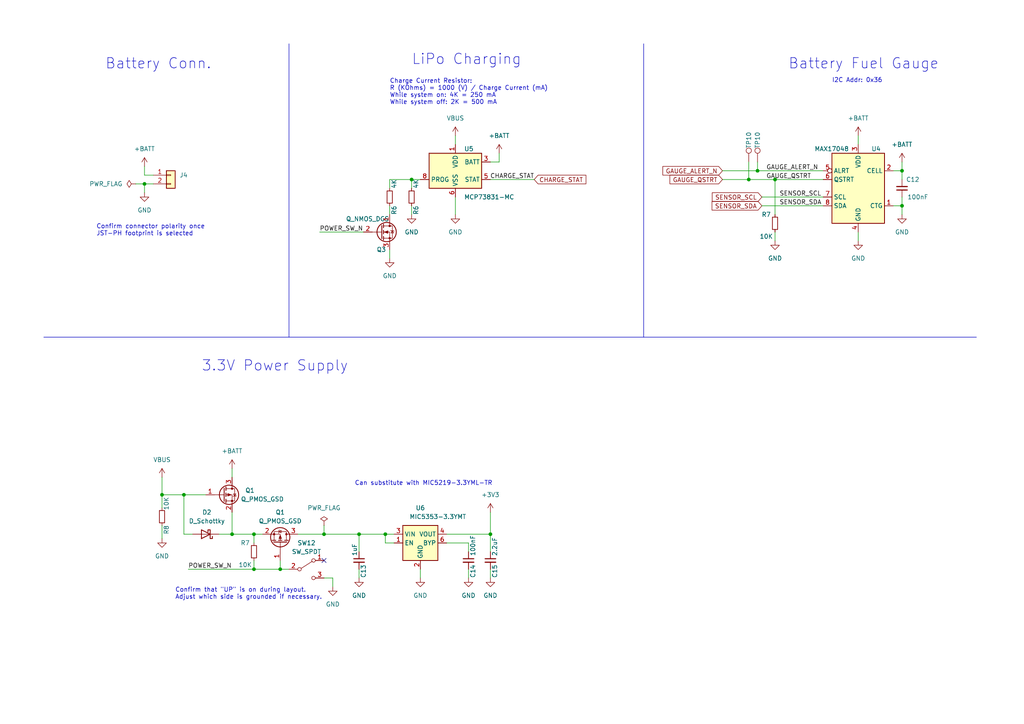
<source format=kicad_sch>
(kicad_sch (version 20230121) (generator eeschema)
  (paper "A4")
  (title_block (title "Kudzu") (date "2023-09-07") (rev "WIP7"))
  (lib_symbols
    (symbol "Connector:TestPoint" (pin_numbers hide) (pin_names (offset 0.762) hide)
      (property "Reference" "TP" (at 0 6.858 0))
      (property "Value" "TestPoint" (at 0 5.08 0))
      (symbol "TestPoint_0_1"
        (circle (center 0 3.302) (radius 0.762))
      )
      (symbol "TestPoint_1_1"
        (pin passive line (at 0 0 90) (length 2.54) (name "1") (number "1"))
      )
    )
    (symbol "Connector_Generic:Conn_01x02" (pin_names (offset 1.016) hide)
      (property "Reference" "J" (at 0 2.54 0))
      (property "Value" "Conn_01x02" (at 0 -5.08 0))
      (symbol "Conn_01x02_1_1"
        (rectangle (start -1.27 -2.413) (end 0 -2.667) (stroke (width 0.1524)))
        (rectangle (start -1.27 0.127) (end 0 -0.127) (stroke (width 0.1524)))
        (rectangle (start -1.27 1.27) (end 1.27 -3.81) (stroke (width 0.254)) (fill (type background)))
        (pin passive line (at -5.08 0 0) (length 3.81) (name "Pin_1") (number "1"))
        (pin passive line (at -5.08 -2.54 0) (length 3.81) (name "Pin_2") (number "2"))
      )
    )
    (symbol "Device:C_Small" (pin_numbers hide) (pin_names (offset 0.254) hide)
      (property "Reference" "C" (at 0.254 1.778 0))
      (property "Value" "C_Small" (at 0.254 -2.032 0))
      (symbol "C_Small_0_1"
        (polyline (pts (xy -1.524 -0.508) (xy 1.524 -0.508)) (stroke (width 0.3302)))
        (polyline (pts (xy -1.524 0.508) (xy 1.524 0.508)) (stroke (width 0.3048)))
      )
      (symbol "C_Small_1_1"
        (pin passive line (at 0 2.54 270) (length 2.032) (name "~") (number "1"))
        (pin passive line (at 0 -2.54 90) (length 2.032) (name "~") (number "2"))
      )
    )
    (symbol "Device:D_Schottky" (pin_numbers hide) (pin_names (offset 1.016) hide)
      (property "Reference" "D" (at 0 2.54 0))
      (property "Value" "D_Schottky" (at 0 -2.54 0))
      (symbol "D_Schottky_0_1"
        (polyline (pts (xy 1.27 0) (xy -1.27 0)))
        (polyline (pts (xy 1.27 1.27) (xy 1.27 -1.27) (xy -1.27 0) (xy 1.27 1.27)) (stroke (width 0.254)))
        (polyline (pts (xy -1.905 0.635) (xy -1.905 1.27) (xy -1.27 1.27) (xy -1.27 -1.27) (xy -0.635 -1.27) (xy -0.635 -0.635)) (stroke (width 0.254)))
      )
      (symbol "D_Schottky_1_1"
        (pin passive line (at -3.81 0 0) (length 2.54) (name "K") (number "1"))
        (pin passive line (at 3.81 0 180) (length 2.54) (name "A") (number "2"))
      )
    )
    (symbol "Device:Q_NMOS_DGS" (pin_names (offset 0) hide)
      (property "Reference" "Q" (at 5.08 1.27 0))
      (property "Value" "Q_NMOS_DGS" (at 5.08 -1.27 0))
      (symbol "Q_NMOS_DGS_0_1"
        (polyline (pts (xy 0.254 0) (xy -2.54 0)))
        (polyline (pts (xy 0.254 1.905) (xy 0.254 -1.905)) (stroke (width 0.254)))
        (polyline (pts (xy 0.762 -1.27) (xy 0.762 -2.286)) (stroke (width 0.254)))
        (polyline (pts (xy 0.762 0.508) (xy 0.762 -0.508)) (stroke (width 0.254)))
        (polyline (pts (xy 0.762 2.286) (xy 0.762 1.27)) (stroke (width 0.254)))
        (polyline (pts (xy 2.54 2.54) (xy 2.54 1.778)))
        (polyline (pts (xy 2.54 -2.54) (xy 2.54 0) (xy 0.762 0)))
        (polyline (pts (xy 0.762 -1.778) (xy 3.302 -1.778) (xy 3.302 1.778) (xy 0.762 1.778)))
        (polyline (pts (xy 1.016 0) (xy 2.032 0.381) (xy 2.032 -0.381) (xy 1.016 0)) (fill (type outline)))
        (polyline (pts (xy 2.794 0.508) (xy 2.921 0.381) (xy 3.683 0.381) (xy 3.81 0.254)))
        (polyline (pts (xy 3.302 0.381) (xy 2.921 -0.254) (xy 3.683 -0.254) (xy 3.302 0.381)))
        (circle (center 1.651 0) (radius 2.794) (stroke (width 0.254)))
        (circle (center 2.54 -1.778) (radius 0.254) (fill (type outline)))
        (circle (center 2.54 1.778) (radius 0.254) (fill (type outline)))
      )
      (symbol "Q_NMOS_DGS_1_1"
        (pin passive line (at 2.54 5.08 270) (length 2.54) (name "D") (number "1"))
        (pin input line (at -5.08 0 0) (length 2.54) (name "G") (number "2"))
        (pin passive line (at 2.54 -5.08 90) (length 2.54) (name "S") (number "3"))
      )
    )
    (symbol "Device:Q_PMOS_GSD" (pin_names (offset 0) hide)
      (property "Reference" "Q" (at 5.08 1.27 0))
      (property "Value" "Q_PMOS_GSD" (at 5.08 -1.27 0))
      (symbol "Q_PMOS_GSD_0_1"
        (polyline (pts (xy 0.254 0) (xy -2.54 0)))
        (polyline (pts (xy 0.254 1.905) (xy 0.254 -1.905)) (stroke (width 0.254)))
        (polyline (pts (xy 0.762 -1.27) (xy 0.762 -2.286)) (stroke (width 0.254)))
        (polyline (pts (xy 0.762 0.508) (xy 0.762 -0.508)) (stroke (width 0.254)))
        (polyline (pts (xy 0.762 2.286) (xy 0.762 1.27)) (stroke (width 0.254)))
        (polyline (pts (xy 2.54 2.54) (xy 2.54 1.778)))
        (polyline (pts (xy 2.54 -2.54) (xy 2.54 0) (xy 0.762 0)))
        (polyline (pts (xy 0.762 1.778) (xy 3.302 1.778) (xy 3.302 -1.778) (xy 0.762 -1.778)))
        (polyline (pts (xy 2.286 0) (xy 1.27 0.381) (xy 1.27 -0.381) (xy 2.286 0)) (fill (type outline)))
        (polyline (pts (xy 2.794 -0.508) (xy 2.921 -0.381) (xy 3.683 -0.381) (xy 3.81 -0.254)))
        (polyline (pts (xy 3.302 -0.381) (xy 2.921 0.254) (xy 3.683 0.254) (xy 3.302 -0.381)))
        (circle (center 1.651 0) (radius 2.794) (stroke (width 0.254)))
        (circle (center 2.54 -1.778) (radius 0.254) (fill (type outline)))
        (circle (center 2.54 1.778) (radius 0.254) (fill (type outline)))
      )
      (symbol "Q_PMOS_GSD_1_1"
        (pin input line (at -5.08 0 0) (length 2.54) (name "G") (number "1"))
        (pin passive line (at 2.54 -5.08 90) (length 2.54) (name "S") (number "2"))
        (pin passive line (at 2.54 5.08 270) (length 2.54) (name "D") (number "3"))
      )
    )
    (symbol "Device:R_Small" (pin_numbers hide) (pin_names (offset 0.254) hide)
      (property "Reference" "R" (at 0.762 0.508 0))
      (property "Value" "R_Small" (at 0.762 -1.016 0))
      (symbol "R_Small_0_1"
        (rectangle (start -0.762 1.778) (end 0.762 -1.778) (stroke (width 0.2032)))
      )
      (symbol "R_Small_1_1"
        (pin passive line (at 0 2.54 270) (length 0.762) (name "~") (number "1"))
        (pin passive line (at 0 -2.54 90) (length 0.762) (name "~") (number "2"))
      )
    )
    (symbol "Regulator_Linear:MIC5353-3.3YMT"
      (property "Reference" "U" (at -3.81 6.35 0))
      (property "Value" "MIC5353-3.3YMT" (at 8.89 6.35 0))
      (symbol "MIC5353-3.3YMT_0_1"
        (rectangle (start -5.08 -5.08) (end 5.08 5.08) (stroke (width 0.254)) (fill (type background)))
        (pin input line (at -7.62 0 0) (length 2.54) (name "EN") (number "1"))
        (pin power_in line (at 0 -7.62 90) (length 2.54) (name "GND") (number "2"))
        (pin power_in line (at -7.62 2.54 0) (length 2.54) (name "VIN") (number "3"))
        (pin power_out line (at 7.62 2.54 180) (length 2.54) (name "VOUT") (number "4"))
        (pin no_connect line (at 5.08 -2.54 180) (length 2.54) hide (name "NC") (number "5"))
        (pin passive line (at 7.62 0 180) (length 2.54) (name "BYP") (number "6"))
        (pin passive line (at 0 -7.62 90) (length 2.54) hide (name "GND") (number "7"))
      )
    )
    (symbol "Switch:SW_SPDT" (pin_names (offset 0) hide)
      (property "Reference" "SW" (at 0 4.318 0))
      (property "Value" "SW_SPDT" (at 0 -5.08 0))
      (symbol "SW_SPDT_0_0"
        (circle (center -2.032 0) (radius 0.508))
        (circle (center 2.032 -2.54) (radius 0.508))
      )
      (symbol "SW_SPDT_0_1"
        (polyline (pts (xy -1.524 0.254) (xy 1.651 2.286)))
        (circle (center 2.032 2.54) (radius 0.508))
      )
      (symbol "SW_SPDT_1_1"
        (pin passive line (at 5.08 2.54 180) (length 2.54) (name "A") (number "1"))
        (pin passive line (at -5.08 0 0) (length 2.54) (name "B") (number "2"))
        (pin passive line (at 5.08 -2.54 180) (length 2.54) (name "C") (number "3"))
      )
    )
    (symbol "kudzu-parts:MAX17048"
      (property "Reference" "U" (at 2.54 11.43 0))
      (property "Value" "MAX17048" (at 0 0 0))
      (symbol "MAX17048_1_1"
        (rectangle (start -7.62 10.16) (end 7.62 -10.16) (stroke (width 0.254)) (fill (type background)))
        (pin input line (at 10.16 -5.08 180) (length 2.54) (name "CTG") (number "1"))
        (pin input line (at 10.16 5.08 180) (length 2.54) (name "CELL") (number "2"))
        (pin power_in line (at 0 12.7 270) (length 2.54) (name "VDD") (number "3"))
        (pin power_in line (at 0 -12.7 90) (length 2.54) (name "GND") (number "4"))
        (pin output inverted (at -10.16 5.08 0) (length 2.54) (name "ALRT") (number "5"))
        (pin input line (at -10.16 2.54 0) (length 2.54) (name "QSTRT") (number "6"))
        (pin input line (at -10.16 -2.54 0) (length 2.54) (name "SCL") (number "7"))
        (pin bidirectional line (at -10.16 -5.08 0) (length 2.54) (name "SDA") (number "8"))
        (pin passive line (at 0 -12.7 90) (length 2.54) hide (name "GND") (number "9"))
      )
    )
    (symbol "kudzu-parts:MCP73831-MC"
      (property "Reference" "U" (at 0 0 0))
      (property "Value" "MCP73831-MC" (at 0 0 0))
      (symbol "MCP73831-MC_1_1"
        (rectangle (start -7.62 5.08) (end 7.62 -5.08) (stroke (width 0.254)) (fill (type background)))
        (pin power_in line (at 0 7.62 270) (length 2.54) (name "VDD") (number "1"))
        (pin passive line (at 0 7.62 270) (length 2.54) hide (name "VDD") (number "2"))
        (pin power_out line (at 10.16 2.54 180) (length 2.54) (name "BATT") (number "3"))
        (pin passive line (at 10.16 2.54 180) (length 2.54) hide (name "BATT") (number "4"))
        (pin output line (at 10.16 -2.54 180) (length 2.54) (name "STAT") (number "5"))
        (pin power_in line (at 0 -7.62 90) (length 2.54) (name "VSS") (number "6"))
        (pin no_connect line (at -10.16 2.54 0) (length 2.54) hide (name "NC") (number "7"))
        (pin input line (at -10.16 -2.54 0) (length 2.54) (name "PROG") (number "8"))
        (pin passive line (at 0 -7.62 90) (length 2.54) hide (name "VSS") (number "9"))
      )
    )
    (symbol "power:+3V3" (power) (pin_names (offset 0))
      (property "Value" "+3V3" (at 0 3.556 0))
      (symbol "+3V3_0_1"
        (polyline (pts (xy -0.762 1.27) (xy 0 2.54)))
        (polyline (pts (xy 0 0) (xy 0 2.54)))
        (polyline (pts (xy 0 2.54) (xy 0.762 1.27)))
      )
      (symbol "+3V3_1_1"
        (pin power_in line (at 0 0 90) (length 0) hide (name "+3V3") (number "1"))
      )
    )
    (symbol "power:+BATT" (power) (pin_names (offset 0))
      (property "Value" "+BATT" (at 0 3.556 0))
      (symbol "+BATT_0_1"
        (polyline (pts (xy -0.762 1.27) (xy 0 2.54)))
        (polyline (pts (xy 0 0) (xy 0 2.54)))
        (polyline (pts (xy 0 2.54) (xy 0.762 1.27)))
      )
      (symbol "+BATT_1_1"
        (pin power_in line (at 0 0 90) (length 0) hide (name "+BATT") (number "1"))
      )
    )
    (symbol "power:GND" (power) (pin_names (offset 0))
      (property "Value" "GND" (at 0 -3.81 0))
      (symbol "GND_0_1"
        (polyline (pts (xy 0 0) (xy 0 -1.27) (xy 1.27 -1.27) (xy 0 -2.54) (xy -1.27 -1.27) (xy 0 -1.27)))
      )
      (symbol "GND_1_1"
        (pin power_in line (at 0 0 270) (length 0) hide (name "GND") (number "1"))
      )
    )
    (symbol "power:PWR_FLAG" (power) (pin_numbers hide) (pin_names (offset 0) hide)
      (property "Value" "PWR_FLAG" (at 0 3.81 0))
      (symbol "PWR_FLAG_0_0"
        (pin power_out line (at 0 0 90) (length 0) (name "pwr") (number "1"))
      )
      (symbol "PWR_FLAG_0_1"
        (polyline (pts (xy 0 0) (xy 0 1.27) (xy -1.016 1.905) (xy 0 2.54) (xy 1.016 1.905) (xy 0 1.27)))
      )
    )
    (symbol "power:VBUS" (power) (pin_names (offset 0))
      (property "Value" "VBUS" (at 0 3.81 0))
      (symbol "VBUS_0_1"
        (polyline (pts (xy -0.762 1.27) (xy 0 2.54)))
        (polyline (pts (xy 0 0) (xy 0 2.54)))
        (polyline (pts (xy 0 2.54) (xy 0.762 1.27)))
      )
      (symbol "VBUS_1_1"
        (pin power_in line (at 0 0 90) (length 0) hide (name "VBUS") (number "1"))
      )
    )
  )
  (junction (at 67.31 154.94))
  (junction (at 81.28 165.1))
  (junction (at 93.98 154.94))
  (junction (at 53.34 143.51))
  (junction (at 73.66 165.1))
  (junction (at 46.99 143.51))
  (junction (at 142.24 154.94))
  (junction (at 261.62 49.53))
  (junction (at 111.76 154.94))
  (junction (at 261.62 59.69))
  (junction (at 41.91 53.34))
  (junction (at 119.38 52.07))
  (junction (at 104.14 154.94))
  (junction (at 73.66 154.94))
  (junction (at 219.71 49.53))
  (junction (at 217.17 52.07))
  (junction (at 224.79 52.07))
  (no_connect (at 93.98 162.56))
  (wire (pts (xy 113.03 59.69) (xy 113.03 62.23)))
  (wire (pts (xy 135.89 165.1) (xy 135.89 167.64)))
  (wire (pts (xy 217.17 46.99) (xy 217.17 52.07)))
  (wire (pts (xy 119.38 52.07) (xy 113.03 52.07)))
  (wire (pts (xy 259.08 59.69) (xy 261.62 59.69)))
  (wire (pts (xy 113.03 52.07) (xy 113.03 54.61)))
  (wire (pts (xy 111.76 157.48) (xy 114.3 157.48)))
  (wire (pts (xy 46.99 152.4) (xy 46.99 156.21)))
  (wire (pts (xy 92.71 67.31) (xy 105.41 67.31)))
  (wire (pts (xy 73.66 154.94) (xy 76.2 154.94)))
  (wire (pts (xy 209.55 49.53) (xy 219.71 49.53)))
  (wire (pts (xy 86.36 154.94) (xy 93.98 154.94)))
  (wire (pts (xy 142.24 154.94) (xy 142.24 160.02)))
  (wire (pts (xy 113.03 72.39) (xy 113.03 74.93)))
  (wire (pts (xy 121.92 165.1) (xy 121.92 167.64)))
  (wire (pts (xy 129.54 157.48) (xy 135.89 157.48)))
  (wire (pts (xy 46.99 143.51) (xy 46.99 138.43)))
  (wire (pts (xy 132.08 57.15) (xy 132.08 62.23)))
  (wire (pts (xy 248.92 39.37) (xy 248.92 41.91)))
  (wire (pts (xy 104.14 165.1) (xy 104.14 167.64)))
  (wire (pts (xy 53.34 143.51) (xy 46.99 143.51)))
  (wire (pts (xy 119.38 52.07) (xy 121.92 52.07)))
  (wire (pts (xy 73.66 154.94) (xy 73.66 157.48)))
  (wire (pts (xy 67.31 148.59) (xy 67.31 154.94)))
  (wire (pts (xy 220.98 57.15) (xy 238.76 57.15)))
  (wire (pts (xy 111.76 154.94) (xy 111.76 157.48)))
  (wire (pts (xy 41.91 50.8) (xy 44.45 50.8)))
  (polyline (pts (xy 12.7 97.79) (xy 283.21 97.79)))
  (wire (pts (xy 135.89 160.02) (xy 135.89 157.48)))
  (wire (pts (xy 41.91 53.34) (xy 44.45 53.34)))
  (wire (pts (xy 144.78 44.45) (xy 144.78 46.99)))
  (wire (pts (xy 53.34 143.51) (xy 59.69 143.51)))
  (wire (pts (xy 93.98 154.94) (xy 104.14 154.94)))
  (wire (pts (xy 93.98 167.64) (xy 96.52 167.64)))
  (wire (pts (xy 119.38 52.07) (xy 119.38 54.61)))
  (wire (pts (xy 219.71 49.53) (xy 238.76 49.53)))
  (wire (pts (xy 104.14 154.94) (xy 104.14 160.02)))
  (wire (pts (xy 132.08 39.37) (xy 132.08 41.91)))
  (wire (pts (xy 73.66 162.56) (xy 73.66 165.1)))
  (wire (pts (xy 219.71 46.99) (xy 219.71 49.53)))
  (wire (pts (xy 224.79 67.31) (xy 224.79 69.85)))
  (wire (pts (xy 63.5 154.94) (xy 67.31 154.94)))
  (wire (pts (xy 261.62 49.53) (xy 261.62 46.99)))
  (wire (pts (xy 81.28 162.56) (xy 81.28 165.1)))
  (wire (pts (xy 111.76 154.94) (xy 114.3 154.94)))
  (wire (pts (xy 41.91 55.88) (xy 41.91 53.34)))
  (wire (pts (xy 81.28 165.1) (xy 83.82 165.1)))
  (wire (pts (xy 142.24 52.07) (xy 154.94 52.07)))
  (wire (pts (xy 261.62 49.53) (xy 261.62 52.07)))
  (wire (pts (xy 55.88 154.94) (xy 53.34 154.94)))
  (wire (pts (xy 261.62 59.69) (xy 261.62 62.23)))
  (wire (pts (xy 142.24 46.99) (xy 144.78 46.99)))
  (wire (pts (xy 209.55 52.07) (xy 217.17 52.07)))
  (wire (pts (xy 96.52 167.64) (xy 96.52 170.18)))
  (wire (pts (xy 224.79 52.07) (xy 224.79 62.23)))
  (wire (pts (xy 46.99 143.51) (xy 46.99 147.32)))
  (wire (pts (xy 142.24 148.59) (xy 142.24 154.94)))
  (wire (pts (xy 224.79 52.07) (xy 238.76 52.07)))
  (wire (pts (xy 73.66 165.1) (xy 81.28 165.1)))
  (wire (pts (xy 39.37 53.34) (xy 41.91 53.34)))
  (wire (pts (xy 248.92 67.31) (xy 248.92 69.85)))
  (wire (pts (xy 259.08 49.53) (xy 261.62 49.53)))
  (wire (pts (xy 104.14 154.94) (xy 111.76 154.94)))
  (wire (pts (xy 54.61 165.1) (xy 73.66 165.1)))
  (wire (pts (xy 119.38 59.69) (xy 119.38 62.23)))
  (wire (pts (xy 220.98 59.69) (xy 238.76 59.69)))
  (polyline (pts (xy 83.82 12.7) (xy 83.82 97.79)))
  (wire (pts (xy 217.17 52.07) (xy 224.79 52.07)))
  (wire (pts (xy 67.31 154.94) (xy 73.66 154.94)))
  (wire (pts (xy 142.24 165.1) (xy 142.24 167.64)))
  (wire (pts (xy 261.62 57.15) (xy 261.62 59.69)))
  (wire (pts (xy 129.54 154.94) (xy 142.24 154.94)))
  (polyline (pts (xy 186.69 12.7) (xy 186.69 97.79)))
  (wire (pts (xy 93.98 152.4) (xy 93.98 154.94)))
  (wire (pts (xy 67.31 135.89) (xy 67.31 138.43)))
  (wire (pts (xy 53.34 154.94) (xy 53.34 143.51)))
  (wire (pts (xy 41.91 48.26) (xy 41.91 50.8)))
  (text "Charge Current Resistor:\nR (KOhms) = 1000 (V) / Charge Current (mA)\nWhile system on: 4K = 250 mA\nWhile system off: 2K = 500 mA" (at 113.03 30.48 0) (effects (font (size 1.27 1.27)) (justify left bottom)))
  (text "Confirm that \"UP\" is on during layout.\nAdjust which side is grounded if necessary." (at 50.8 173.99 0) (effects (font (size 1.27 1.27)) (justify left bottom)))
  (text "Can substitute with MIC5219-3.3YML-TR" (at 102.87 140.97 0) (effects (font (size 1.27 1.27)) (justify left bottom)))
  (text "Battery Conn." (at 30.48 20.32 0) (effects (font (size 3 3)) (justify left bottom)))
  (text "3.3V Power Supply\n" (at 58.42 107.95 0) (effects (font (size 3 3)) (justify left bottom)))
  (text "Battery Fuel Gauge\n" (at 228.6 20.32 0) (effects (font (size 3 3)) (justify left bottom)))
  (text "I2C Addr: 0x36" (at 241.3 24.13 0) (effects (font (size 1.27 1.27)) (justify left bottom)))
  (text "Confirm connector polarity once\nJST-PH footprint is selected" (at 27.94 68.58 0) (effects (font (size 1.27 1.27)) (justify left bottom)))
  (text "LiPo Charging\n" (at 119.38 19.05 0) (effects (font (size 3 3)) (justify left bottom)))
  (label "POWER_SW_N" (at 54.61 165.1 0))
  (label "POWER_SW_N" (at 92.71 67.31 0))
  (label "GAUGE_ALERT_N" (at 222.25 49.53 0))
  (label "CHARGE_STAT" (at 154.94 52.07 180))
  (label "SENSOR_SDA" (at 226.06 59.69 0))
  (label "GAUGE_QSTRT" (at 222.25 52.07 0))
  (label "SENSOR_SCL" (at 226.06 57.15 0))
  (global_label "SENSOR_SDA" (shape input) (at 220.98 59.69 180) (property "Intersheetrefs" "${INTERSHEET_REFS}" (effects hide)))
  (global_label "GAUGE_ALERT_N" (shape input) (at 209.55 49.53 180) (property "Intersheetrefs" "${INTERSHEET_REFS}" (effects hide)))
  (global_label "SENSOR_SCL" (shape input) (at 220.98 57.15 180) (property "Intersheetrefs" "${INTERSHEET_REFS}" (effects hide)))
  (global_label "GAUGE_QSTRT" (shape input) (at 209.55 52.07 180) (property "Intersheetrefs" "${INTERSHEET_REFS}" (effects hide)))
  (global_label "CHARGE_STAT" (shape input) (at 154.94 52.07 0) (property "Intersheetrefs" "${INTERSHEET_REFS}" (effects hide)))
  (symbol (lib_id "Device:D_Schottky") (at 59.69 154.94 180) (unit 1)
    (property "Reference" "D2" (at 60.0075 148.59 0))
    (property "Value" "D_Schottky" (at 60.0075 151.13 0))
    (property "Footprint" "Diode_SMD:D_SOD-123" (effects hide))
    (property "Price @ 10" "0.16400" (effects hide))
    (property "Price @ 25" "0.16400" (effects hide))
    (property "DigiKey PN" "4786-B5819WCT-ND" (effects hide))
  )
  (symbol (lib_id "power:GND") (at 46.99 156.21 0) (unit 1)
    (property "Reference" "#PWR040" (effects hide))
    (property "Value" "GND" (at 46.99 161.29 0))
  )
  (symbol (lib_id "power:GND") (at 142.24 167.64 0) (unit 1)
    (property "Reference" "#PWR050" (effects hide))
    (property "Value" "GND" (at 142.24 172.72 0))
  )
  (symbol (lib_id "Device:R_Small") (at 73.66 160.02 180) (unit 1)
    (property "Reference" "R7" (at 71.12 157.48 0))
    (property "Value" "10K" (at 71.12 163.83 0))
    (property "Footprint" "Resistor_SMD:R_0603_1608Metric" (effects hide))
    (instances (project "kudzu" (path "" (reference "R7") (unit 1)) (path "" (reference "R38") (unit 1))))
  )
  (symbol (lib_id "power:+3V3") (at 142.24 148.59 0) (unit 1)
    (property "Reference" "#PWR049" (effects hide))
    (property "Value" "+3V3" (at 142.24 143.51 0))
  )
  (symbol (lib_id "Device:Q_PMOS_GSD") (at 81.28 157.48 270) (mirror x) (unit 1)
    (property "Reference" "Q1" (at 81.28 148.59 90))
    (property "Value" "Q_PMOS_GSD" (at 81.28 151.13 90))
    (property "Footprint" "Package_TO_SOT_SMD:SOT-23-3" (effects hide))
    (property "Price @ 10" "0.36000" (effects hide))
    (property "Price @ 25" "0.36000" (effects hide))
    (property "DigiKey PN" "31-DMG3415UQ-7CT-ND" (effects hide))
    (instances (project "kudzu" (path "" (reference "Q1") (unit 1)) (path "" (reference "Q2") (unit 1))))
  )
  (symbol (lib_id "Device:Q_PMOS_GSD") (at 64.77 143.51 0) (unit 1)
    (property "Reference" "Q1" (at 71.12 142.24 0) (effects (justify left)))
    (property "Value" "Q_PMOS_GSD" (at 69.85 144.78 0) (effects (justify left)))
    (property "Footprint" "Package_TO_SOT_SMD:SOT-23-3" (effects hide))
    (property "Price @ 10" "0.36000" (effects hide))
    (property "Price @ 25" "0.36000" (effects hide))
    (property "DigiKey PN" "31-DMG3415UQ-7CT-ND" (effects hide))
  )
  (symbol (lib_id "kudzu-parts:MCP73831-MC") (at 132.08 49.53 0) (unit 1)
    (property "Reference" "U5" (at 134.62 43.18 0) (effects (justify left)))
    (property "Value" "MCP73831-MC" (at 134.62 57.15 0) (effects (justify left)))
    (property "Footprint" "Package_DFN_QFN:DFN-8-1EP_3x2mm_P0.5mm_EP1.75x1.45mm" (effects hide))
    (property "Datasheet" "https://ww1.microchip.com/downloads/en/DeviceDoc/MCP73831-Family-Data-Sheet-DS20001984H.pdf" (effects hide))
    (property "DigiKey PN" "MCP73831T-2ACI/MCCT-ND" (effects hide))
    (property "Price @ 10" "0.79000" (effects hide))
    (property "Price @ 25" "0.65000" (effects hide))
  )
  (symbol (lib_id "Connector:TestPoint") (at 219.71 46.99 0) (unit 1)
    (property "Reference" "TP10" (at 219.71 40.64 90))
    (property "Value" "GAUGE_ALERT_N" (effects hide))
    (property "Footprint" "TestPoint:TestPoint_Pad_D1.0mm" (effects hide))
    (instances (project "kudzu" (path "" (reference "TP10") (unit 1)) (path "" (reference "TP10") (unit 1)) (path "" (reference "TP27") (unit 1))))
  )
  (symbol (lib_id "Switch:SW_SPDT") (at 88.9 165.1 0) (unit 1)
    (property "Reference" "SW12" (at 88.9 157.48 0))
    (property "Value" "SW_SPDT" (at 88.9 160.02 0))
    (property "Footprint" "Button_Switch_SMD:SW_SPDT_CK-JS102011SAQN" (effects hide))
    (property "DigiKey PN" "401-1999-1-ND" (effects hide))
    (property "Price @ 10" "0.68300" (effects hide))
    (property "Price @ 25" "0.65640" (effects hide))
  )
  (symbol (lib_id "power:+BATT") (at 67.31 135.89 0) (unit 1)
    (property "Reference" "#PWR044" (effects hide))
    (property "Value" "+BATT" (at 67.31 130.81 0))
  )
  (symbol (lib_id "power:GND") (at 135.89 167.64 0) (unit 1)
    (property "Reference" "#PWR048" (effects hide))
    (property "Value" "GND" (at 135.89 172.72 0))
  )
  (symbol (lib_id "Device:R_Small") (at 119.38 57.15 180) (unit 1)
    (property "Reference" "R6" (at 120.65 60.96 90))
    (property "Value" "4K" (at 120.65 53.34 90))
    (property "Footprint" "Resistor_SMD:R_0603_1608Metric" (effects hide))
  )
  (symbol (lib_id "Device:R_Small") (at 46.99 149.86 180) (unit 1)
    (property "Reference" "R8" (at 48.26 153.67 90))
    (property "Value" "10K" (at 48.26 146.05 90))
    (property "Footprint" "Resistor_SMD:R_0603_1608Metric" (effects hide))
  )
  (symbol (lib_id "Device:C_Small") (at 104.14 162.56 0) (unit 1)
    (property "Reference" "C13" (at 105.41 167.64 90) (effects (justify left)))
    (property "Value" "1uF" (at 102.87 161.29 90) (effects (justify left)))
    (property "Footprint" "Capacitor_SMD:C_0603_1608Metric" (effects hide))
  )
  (symbol (lib_id "power:GND") (at 104.14 167.64 0) (unit 1)
    (property "Reference" "#PWR045" (effects hide))
    (property "Value" "GND" (at 104.14 172.72 0))
  )
  (symbol (lib_id "Connector_Generic:Conn_01x02") (at 49.53 50.8 0) (unit 1)
    (property "Reference" "J4" (at 52.07 50.8 0) (effects (justify left)))
    (property "Value" "Conn_01x02" (effects hide))
    (property "Footprint" "Connector_JST:JST_PH_S2B-PH-K_1x02_P2.00mm_Horizontal" (effects hide))
  )
  (symbol (lib_id "power:GND") (at 224.79 69.85 0) (unit 1)
    (property "Reference" "#PWR032" (effects hide))
    (property "Value" "GND" (at 224.79 74.93 0))
  )
  (symbol (lib_id "power:+BATT") (at 248.92 39.37 0) (unit 1)
    (property "Reference" "#PWR033" (effects hide))
    (property "Value" "+BATT" (at 248.92 34.29 0))
  )
  (symbol (lib_id "Device:R_Small") (at 224.79 64.77 180) (unit 1)
    (property "Reference" "R7" (at 222.25 62.23 0))
    (property "Value" "10K" (at 222.25 68.58 0))
    (property "Footprint" "Resistor_SMD:R_0603_1608Metric" (effects hide))
  )
  (symbol (lib_id "Device:R_Small") (at 113.03 57.15 180) (unit 1)
    (property "Reference" "R6" (at 114.3 60.96 90))
    (property "Value" "4K" (at 114.3 53.34 90))
    (property "Footprint" "Resistor_SMD:R_0603_1608Metric" (effects hide))
    (instances (project "kudzu" (path "" (reference "R6") (unit 1)) (path "" (reference "R24") (unit 1))))
  )
  (symbol (lib_id "power:VBUS") (at 46.99 138.43 0) (unit 1)
    (property "Reference" "#PWR039" (effects hide))
    (property "Value" "VBUS" (at 46.99 133.35 0))
  )
  (symbol (lib_id "power:GND") (at 121.92 167.64 0) (unit 1)
    (property "Reference" "#PWR047" (effects hide))
    (property "Value" "GND" (at 121.92 172.72 0))
  )
  (symbol (lib_id "power:GND") (at 113.03 74.93 0) (unit 1)
    (property "Reference" "#PWR027" (effects hide))
    (property "Value" "GND" (at 113.03 80.01 0))
    (instances (project "kudzu" (path "" (reference "#PWR027") (unit 1)) (path "" (reference "#PWR042") (unit 1))))
  )
  (symbol (lib_id "power:VBUS") (at 132.08 39.37 0) (unit 1)
    (property "Reference" "#PWR028" (effects hide))
    (property "Value" "VBUS" (at 132.08 34.29 0))
  )
  (symbol (lib_id "kudzu-parts:MAX17048") (at 248.92 54.61 0) (unit 1)
    (property "Reference" "U4" (at 252.73 43.18 0) (effects (justify left)))
    (property "Value" "MAX17048" (at 236.22 43.18 0) (effects (justify left)))
    (property "Footprint" "Package_DFN_QFN:TDFN-8-1EP_2x2mm_P0.5mm_EP0.8x1.2mm" (effects hide))
    (property "Datasheet" "https://www.analog.com/media/en/technical-documentation/data-sheets/max17048-max17049.pdf" (effects hide))
    (property "Price @ 10" "3.03900" (effects hide))
    (property "Price @ 25" "2.87280" (effects hide))
    (property "DigiKey PN" "MAX17048G+T10TR-ND" (effects hide))
  )
  (symbol (lib_id "power:PWR_FLAG") (at 93.98 152.4 0) (unit 1)
    (property "Reference" "#FLG03" (effects hide))
    (property "Value" "PWR_FLAG" (at 93.98 147.32 0))
  )
  (symbol (lib_id "Device:C_Small") (at 142.24 162.56 0) (unit 1)
    (property "Reference" "C15" (at 143.51 167.64 90) (effects (justify left)))
    (property "Value" "2.2uF" (at 143.51 161.29 90) (effects (justify left)))
    (property "Footprint" "Capacitor_SMD:C_0603_1608Metric" (effects hide))
  )
  (symbol (lib_id "Device:C_Small") (at 261.62 54.61 180) (unit 1)
    (property "Reference" "C12" (at 266.7 52.07 0) (effects (justify left)))
    (property "Value" "100nF" (at 269.24 57.15 0) (effects (justify left)))
    (property "Footprint" "Capacitor_SMD:C_0603_1608Metric" (effects hide))
  )
  (symbol (lib_id "power:+BATT") (at 144.78 44.45 0) (unit 1)
    (property "Reference" "#PWR030" (effects hide))
    (property "Value" "+BATT" (at 144.78 39.37 0))
  )
  (symbol (lib_id "power:GND") (at 261.62 62.23 0) (unit 1)
    (property "Reference" "#PWR036" (effects hide))
    (property "Value" "GND" (at 261.62 67.31 0))
  )
  (symbol (lib_id "power:GND") (at 41.91 55.88 0) (unit 1)
    (property "Reference" "#PWR026" (effects hide))
    (property "Value" "GND" (at 41.91 60.96 0))
  )
  (symbol (lib_id "Regulator_Linear:MIC5353-3.3YMT") (at 121.92 157.48 0) (unit 1) (in_bom no)
    (property "Reference" "U6" (at 121.92 147.32 0))
    (property "Value" "MIC5353-3.3YMT" (at 127 149.86 0))
    (property "Footprint" "Package_DFN_QFN:MLF-6-1EP_1.6x1.6mm_P0.5mm_EP0.5x1.26mm" (effects hide))
    (property "Datasheet" "http://ww1.microchip.com/downloads/en/DeviceDoc/mic5353.pdf" (effects hide))
    (property "DigiKey PN" "576-3680-2-ND" (effects hide))
    (property "Price @ 10" "0.46000" (effects hide))
    (property "Price @ 25" "0.37000" (effects hide))
  )
  (symbol (lib_id "power:+BATT") (at 41.91 48.26 0) (unit 1)
    (property "Reference" "#PWR025" (effects hide))
    (property "Value" "+BATT" (at 41.91 43.18 0))
  )
  (symbol (lib_id "power:GND") (at 119.38 62.23 0) (unit 1)
    (property "Reference" "#PWR027" (effects hide))
    (property "Value" "GND" (at 119.38 67.31 0))
  )
  (symbol (lib_id "Device:Q_NMOS_DGS") (at 110.49 67.31 0) (unit 1)
    (property "Reference" "Q3" (at 109.22 72.39 0) (effects (justify left)))
    (property "Value" "Q_NMOS_DGS" (at 100.33 63.5 0) (effects (justify left)))
    (property "Footprint" "Package_TO_SOT_SMD:SOT-23-3" (effects hide))
    (property "DigiKey PN" "2N7002-FDICT-ND" (effects hide))
    (property "Price @ 10" "0.17900" (effects hide))
    (property "Price @ 25" "0.17900" (effects hide))
  )
  (symbol (lib_id "Device:C_Small") (at 135.89 162.56 0) (unit 1)
    (property "Reference" "C14" (at 137.16 167.64 90) (effects (justify left)))
    (property "Value" "100nF" (at 137.16 161.29 90) (effects (justify left)))
    (property "Footprint" "Capacitor_SMD:C_0603_1608Metric" (effects hide))
  )
  (symbol (lib_id "power:GND") (at 248.92 69.85 0) (unit 1)
    (property "Reference" "#PWR034" (effects hide))
    (property "Value" "GND" (at 248.92 74.93 0))
  )
  (symbol (lib_id "power:GND") (at 132.08 62.23 0) (unit 1)
    (property "Reference" "#PWR029" (effects hide))
    (property "Value" "GND" (at 132.08 67.31 0))
  )
  (symbol (lib_id "power:GND") (at 96.52 170.18 0) (unit 1)
    (property "Reference" "#PWR045" (effects hide))
    (property "Value" "GND" (at 96.52 175.26 0))
    (instances (project "kudzu" (path "" (reference "#PWR045") (unit 1)) (path "" (reference "#PWR099") (unit 1))))
  )
  (symbol (lib_id "Connector:TestPoint") (at 217.17 46.99 0) (unit 1)
    (property "Reference" "TP10" (at 217.17 40.64 90))
    (property "Value" "GAUGE_QSTRT" (effects hide))
    (property "Footprint" "TestPoint:TestPoint_Pad_D1.0mm" (effects hide))
    (instances (project "kudzu" (path "" (reference "TP10") (unit 1)) (path "" (reference "TP10") (unit 1)) (path "" (reference "TP28") (unit 1))))
  )
  (symbol (lib_id "power:PWR_FLAG") (at 39.37 53.34 90) (unit 1)
    (property "Reference" "#FLG01" (effects hide))
    (property "Value" "PWR_FLAG" (at 35.56 53.34 90) (effects (justify left)))
  )
  (symbol (lib_id "power:+BATT") (at 261.62 46.99 0) (unit 1)
    (property "Reference" "#PWR035" (effects hide))
    (property "Value" "+BATT" (at 261.62 41.91 0))
  )
)
</source>
